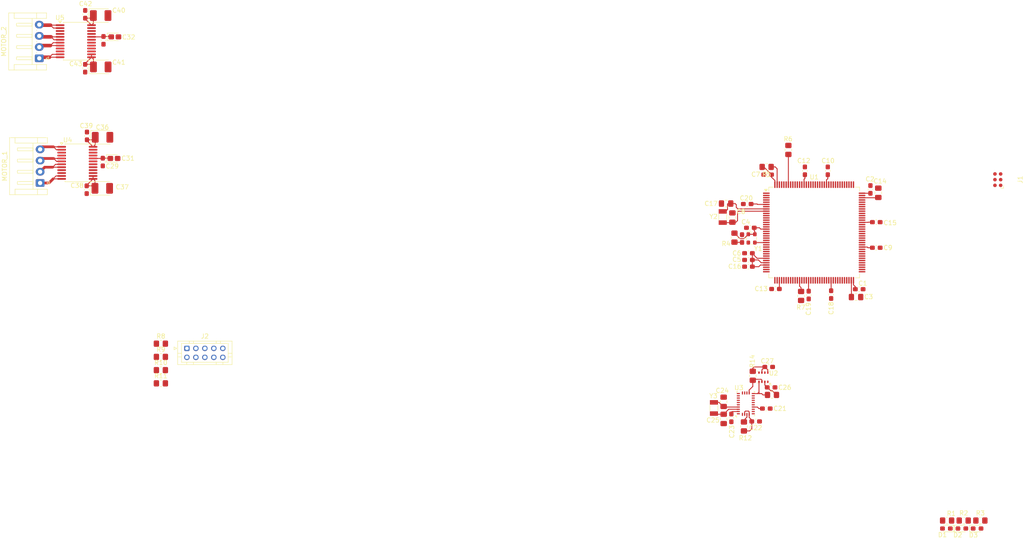
<source format=kicad_pcb>
(kicad_pcb (version 20241229) (generator "pcbnew") (generator_version "9.0")
  (layers (0 "F.Cu" signal) (4 "In1.Cu" signal) (6 "In2.Cu" signal) (2 "B.Cu" signal) (13 "F.Paste" user) (15 "B.Paste" user) (5 "F.SilkS" user "F.Silkscreen") (7 "B.SilkS" user "B.Silkscreen") (1 "F.Mask" user) (3 "B.Mask" user) (25 "Edge.Cuts" user))
  (net 0 "")
  (net 1 "GND")
  (net 2 "RCC_LSE_OUT")
  (net 3 "RCC_LSE_IN")
  (net 4 "+3.3V")
  (net 5 "VCAP1")
  (net 6 "VCAP2")
  (net 7 "SWNRST")
  (net 8 "Net-(D1-K)")
  (net 9 "Net-(D2-K)")
  (net 10 "Net-(D3-K)")
  (net 11 "SWO")
  (net 12 "SWDIO")
  (net 13 "SWCLK")
  (net 14 "MCU_BOOT0")
  (net 15 "MCU_BOOT1")
  (net 16 "MCU_PDR_ON")
  (net 17 "LD1_GREEN")
  (net 18 "LD2_BLUE")
  (net 19 "LD3_RED")
  (net 20 "TB6612FNG0_AIN_CH2")
  (net 21 "VL53LOX_XSHUT_CH1")
  (net 23 "VL53LOX_SCL")
  (net 26 "UART_DEBUG_RX")
  (net 27 "TB6612FNG0_BIN_CH2")
  (net 29 "VL53LOX_INT_CH3")
  (net 32 "USB_OTG_SOF")
  (net 35 "TB6612FNG0_PWM_CH2")
  (net 36 "USB_OTG_VBUS")
  (net 37 "TB6612FNG1_STBY")
  (net 39 "BNO085_CS_N")
  (net 40 "ETH_REF_CLK")
  (net 41 "BQ25887RGE_CD")
  (net 42 "BQ25887RGE_SDA")
  (net 43 "BNO085_MISO")
  (net 44 "BNO085_INT")
  (net 45 "VL53LOX_SDA")
  (net 47 "SDIO_D3")
  (net 49 "TB6612FNG0_PWM_CH1")
  (net 50 "TB6612FNG0_STBY")
  (net 51 "ETH_RXD1")
  (net 52 "SDIO_D2")
  (net 55 "SDIO_D1")
  (net 56 "BNO085_PS0")
  (net 57 "TB6612FNG1_PWM_CH3")
  (net 58 "BNO085_SCLK")
  (net 59 "RCC_HSE_IN")
  (net 60 "USB_OTG_DM")
  (net 63 "VL53LOX_INT_CH1")
  (net 64 "VL53LOX_XSHUT_CH2")
  (net 67 "ETH_MDC")
  (net 68 "ETH_CRS_DV")
  (net 69 "SDIO_CK")
  (net 70 "TB6612FNG1_PWM_CH4")
  (net 71 "BQ25887RGE_SCL")
  (net 72 "TB6612FNG0_BIN_CH1")
  (net 74 "VL53LOX_INT_CH2")
  (net 75 "ETH_MDIO")
  (net 77 "BNO085_NRST")
  (net 83 "USB_OTG_DP")
  (net 84 "TB6612FNG1_AIN_CH1")
  (net 85 "UART_DEBUG_TX")
  (net 86 "ETH_TXD1")
  (net 89 "TB6612FNG1_BIN_CH1")
  (net 91 "BNO085_MOSI")
  (net 93 "SDIO_D0")
  (net 95 "ETH_TXD0")
  (net 97 "VL53LOX_XSHUT_CH3")
  (net 98 "TB6612FNG0_AIN_CH1")
  (net 100 "SDIO_CMD")
  (net 102 "BQ25887RGE_INT")
  (net 104 "VL53LOX_INT_CH4")
  (net 106 "BNO085_CLKSEL0")
  (net 109 "TB6612FNG1_BIN_CH2")
  (net 110 "ETH_TX_EN")
  (net 112 "ETH_RXD0")
  (net 114 "VL53LOX_XSHUT_CH4")
  (net 117 "BNO085_BOOTN")
  (net 121 "TB6612FNG1_AIN_CH2")
  (net 125 "+12V")
  (net 126 "Net-(U3-CAP)")
  (net 127 "Net-(U3-XOUT32)")
  (net 128 "Net-(U3-XIN32)")
  (net 129 "Net-(U2-SCK)")
  (net 130 "Net-(U2-SDI)")
  (net 140 "M1_CHA1")
  (net 141 "M1_CHB2")
  (net 142 "M1_CHB1")
  (net 143 "M1_CHA2")
  (net 144 "M2_CHB1")
  (net 145 "M2_CHA1")
  (net 146 "M2_CHA2")
  (net 147 "M2_CHB2")
  (footprint "Capacitor_SMD:C_0603_1608Metric_Pad1.08x0.95mm_HandSolder" (layer "F.Cu") (at 190.6 91.55)
    (property "Reference" "C4")
    (property "Value" "100nF" (hide yes))
  )
  (footprint "Resistor_SMD:R_0805_2012Metric_Pad1.20x1.40mm_HandSolder" (layer "F.Cu") (at 234.43 156.83 180)
    (property "Reference" "R1")
    (property "Value" "680" (hide yes))
  )
  (footprint "Capacitor_SMD:C_0603_1608Metric_Pad1.08x0.95mm_HandSolder" (layer "F.Cu") (at 217.35 83 -90)
    (property "Reference" "C2")
    (property "Value" "100nF" (hide yes))
  )
  (footprint "Capacitor_SMD:C_0603_1608Metric_Pad1.08x0.95mm_HandSolder" (layer "F.Cu") (at 218.65 96 180)
    (property "Reference" "C9")
    (property "Value" "100nF" (hide yes))
  )
  (footprint "Capacitor_SMD:C_0603_1608Metric_Pad1.08x0.95mm_HandSolder" (layer "F.Cu") (at 195.22 127.14 180)
    (property "Reference" "C26")
    (property "Value" "100nF" (hide yes))
  )
  (footprint "Capacitor_SMD:C_0603_1608Metric_Pad1.08x0.95mm_HandSolder" (layer "F.Cu") (at 42.43 43.95 -90)
    (property "Reference" "C42")
    (property "Value" "0.1μF" (hide yes))
  )
  (footprint "Capacitor_SMD:C_0805_2012Metric_Pad1.18x1.45mm_HandSolder" (layer "F.Cu") (at 184.65 130.36 -90)
    (property "Reference" "C24")
    (property "Value" "22pF" (hide yes))
  )
  (footprint "Capacitor_SMD:C_0603_1608Metric_Pad1.08x0.95mm_HandSolder" (layer "F.Cu") (at 194.69 122.58 180)
    (property "Reference" "C27")
    (property "Value" "100nF" (hide yes))
  )
  (footprint "Resistor_SMD:R_0805_2012Metric_Pad1.20x1.40mm_HandSolder" (layer "F.Cu") (at 59.285 123.29)
    (property "Reference" "R10")
    (property "Value" "4,7K")
  )
  (footprint "Resistor_SMD:R_0805_2012Metric_Pad1.20x1.40mm_HandSolder" (layer "F.Cu") (at 187.06 93.75 90)
    (property "Reference" "R4")
    (property "Value" "10K" (hide yes))
  )
  (footprint "LED_SMD:LED_0603_1608Metric_Pad1.05x0.95mm_HandSolder" (layer "F.Cu") (at 234.2775 158.61 180)
    (property "Reference" "D1")
    (property "Value" "LED_GREEN" (hide yes))
  )
  (footprint "Package_SO:SSOP-24_5.3x8.2mm_P0.65mm" (layer "F.Cu") (at 40.33 49.95)
    (property "Reference" "U5")
    (property "Value" "TB6612FNG" (hide yes))
  )
  (footprint "Oscillator:Oscillator_SMD_ECS_2520MV-xxx-xx-4Pin_2.5x2.0mm" (layer "F.Cu") (at 190.875 93.925)
    (property "Reference" "Y1")
    (property "Value" "ECS-2520MVQ-160-CN-TR" (hide yes))
  )
  (footprint "Resistor_SMD:R_0805_2012Metric_Pad1.20x1.40mm_HandSolder" (layer "F.Cu") (at 59.285 120.34)
    (property "Reference" "R9")
    (property "Value" "900K")
  )
  (footprint "Package_SO:SSOP-24_5.3x8.2mm_P0.65mm" (layer "F.Cu") (at 40.68 77.07)
    (property "Reference" "U4")
    (property "Value" "TB6612FNG" (hide yes))
  )
  (footprint "Capacitor_SMD:C_0603_1608Metric_Pad1.08x0.95mm_HandSolder" (layer "F.Cu") (at 194.45 79.7)
    (property "Reference" "C7")
    (property "Value" "100nF" (hide yes))
  )
  (footprint "Capacitor_SMD:C_0603_1608Metric_Pad1.08x0.95mm_HandSolder" (layer "F.Cu") (at 42.82 71.0725 -90)
    (property "Reference" "C39")
    (property "Value" "0.1μF" (hide yes))
  )
  (footprint "Capacitor_SMD:C_0805_2012Metric_Pad1.18x1.45mm_HandSolder" (layer "F.Cu") (at 184.66 134.17 90)
    (property "Reference" "C25")
    (property "Value" "22pF" (hide yes))
  )
  (footprint "Capacitor_SMD:C_0603_1608Metric_Pad1.08x0.95mm_HandSolder" (layer "F.Cu") (at 188.75 93.95 -90)
    (property "Reference" "C11" (hide yes))
    (property "Value" "100nF" (hide yes))
  )
  (footprint "LED_SMD:LED_0603_1608Metric_Pad1.05x0.95mm_HandSolder" (layer "F.Cu") (at 241.1125 158.61)
    (property "Reference" "D3")
    (property "Value" "LED_RED" (hide yes))
  )
  (footprint "Connector_JST:JST_EH_S4B-EH_1x04_P2.50mm_Horizontal" (layer "F.Cu") (at 32.3825 81.5625 90)
    (property "Reference" "MOTOR_1")
    (property "Value" "MOTOR_1X4" (hide yes))
  )
  (footprint "Package_LGA:LGA-28_5.2x3.8mm_P0.5mm" (layer "F.Cu") (at 189.5875 130.77 90)
    (property "Reference" "U3")
    (property "Value" "BNO085" (hide yes))
  )
  (footprint "Capacitor_SMD:C_0603_1608Metric_Pad1.08x0.95mm_HandSolder" (layer "F.Cu") (at 190.18 98.72)
    (property "Reference" "C5")
    (property "Value" "100nF" (hide yes))
  )
  (footprint "Capacitor_SMD:C_0603_1608Metric_Pad1.08x0.95mm_HandSolder" (layer "F.Cu") (at 208.6 106.45 90)
    (property "Reference" "C18")
    (property "Value" "100nF" (hide yes))
  )
  (footprint "Package_LGA:Bosch_LGA-8_2.5x2.5mm_P0.65mm_ClockwisePinNumbering" (layer "F.Cu") (at 193.5 124.87 180)
    (property "Reference" "U2")
    (property "Value" "BME280" (hide yes))
  )
  (footprint "Resistor_SMD:R_0805_2012Metric_Pad1.20x1.40mm_HandSolder" (layer "F.Cu") (at 241.84 156.83)
    (property "Reference" "R3")
    (property "Value" "680" (hide yes))
  )
  (footprint "Capacitor_SMD:C_0603_1608Metric_Pad1.08x0.95mm_HandSolder" (layer "F.Cu") (at 189.9 86.25)
    (property "Reference" "C20")
    (property "Value" "1uF_X5R" (hide yes))
  )
  (footprint "Resistor_SMD:R_0805_2012Metric_Pad1.20x1.40mm_HandSolder" (layer "F.Cu") (at 199.07 74.19 90)
    (property "Reference" "R6")
    (property "Value" "10K" (hide yes))
  )
  (footprint "Resistor_SMD:R_0805_2012Metric_Pad1.20x1.40mm_HandSolder" (layer "F.Cu") (at 189.17 135.85 -90)
    (property "Reference" "R12")
    (property "Value" "10K" (hide yes))
  )
  (footprint "Capacitor_Tantalum_SMD:CP_EIA-1608-10_AVX-L_HandSolder" (layer "F.Cu") (at 49.03 48.98)
    (property "Reference" "C32")
    (property "Value" "10μF 10V" (hide yes))
  )
  (footprint "Capacitor_SMD:C_0603_1608Metric_Pad1.08x0.95mm_HandSolder" (layer "F.Cu") (at 186.37 133.94 90)
    (property "Reference" "C23")
    (property "Value" "100nF" (hide yes))
  )
  (footprint "Capacitor_Tantalum_SMD:CP_EIA-3528-15_AVX-H_HandSolder" (layer "F.Cu") (at 46.29 71.3725)
    (property "Reference" "C36")
    (property "Value" "10μF 16V" (hide yes))
  )
  (footprint "Connector_JST:JST_EH_S4B-EH_1x04_P2.50mm_Horizontal" (layer "F.Cu") (at 32.1925 53.76 90)
    (property "Reference" "MOTOR_2")
    (property "Value" "MOTOR_1X4" (hide yes))
  )
  (footprint "Capacitor_SMD:C_0603_1608Metric_Pad1.08x0.95mm_HandSolder" (layer "F.Cu") (at 42.76 83.0625 90)
    (property "Reference" "C38")
    (property "Value" "0.1μF" (hide yes))
  )
  (footprint "Capacitor_SMD:C_0805_2012Metric_Pad1.18x1.45mm_HandSolder" (layer "F.Cu") (at 186.6 89.2725 -90)
    (property "Reference" "C8")
    (property "Value" "12pF" (hide yes))
  )
  (footprint "Crystal:Crystal_SMD_3215-2Pin_3.2x1.5mm" (layer "F.Cu") (at 184.45 89.15 -90)
    (property "Reference" "Y2")
    (property "Value" "NX3215SA-32.768KHZ-EXS00A-MU00525" (hide yes))
  )
  (footprint "Crystal:Crystal_SMD_3215-2Pin_3.2x1.5mm" (layer "F.Cu") (at 182.49 131.73 -90)
    (property "Reference" "Y3")
    (property "Value" "NX3215SA-32.768KHZ-EXS00A-MU00525" (hide yes))
  )
  (footprint "Resistor_SMD:R_0805_2012Metric_Pad1.20x1.40mm_HandSolder" (layer "F.Cu") (at 195.42 128.82 180)
    (property "Reference" "R13" (hide yes))
    (property "Value" "4,7K" (hide yes))
  )
  (footprint "Capacitor_SMD:C_0805_2012Metric_Pad1.18x1.45mm_HandSolder" (layer "F.Cu") (at 219.1 83.75 -90)
    (property "Reference" "C14")
    (property "Value" "2.2uF_X7R" (hide yes))
  )
  (footprint "Capacitor_SMD:C_0603_1608Metric_Pad1.08x0.95mm_HandSolder" (layer "F.Cu") (at 194.15 131.86 180)
    (property "Reference" "C21")
    (property "Value" "100nF" (hide yes))
  )
  (footprint "Capacitor_SMD:C_0603_1608Metric_Pad1.08x0.95mm_HandSolder" (layer "F.Cu") (at 218.65 90.3 180)
    (property "Reference" "C15")
    (property "Value" "100nF" (hide yes))
  )
  (footprint "Capacitor_SMD:C_0603_1608Metric_Pad1.08x0.95mm_HandSolder" (layer "F.Cu") (at 42.42 55.97 90)
    (property "Reference" "C43")
    (property "Value" "0.1μF" (hide yes))
  )
  (footprint "Capacitor_Tantalum_SMD:CP_EIA-3528-15_AVX-H_HandSolder" (layer "F.Cu") (at 46.23 82.7525)
    (property "Reference" "C37")
    (property "Value" "10μF 16V" (hide yes))
  )
  (footprint "Capacitor_SMD:C_0603_1608Metric_Pad1.08x0.95mm_HandSolder" (layer "F.Cu") (at 46.34 76.8925 90)
    (property "Reference" "C29")
    (property "Value" "0.1μF" (hide yes))
  )
  (footprint "Capacitor_Tantalum_SMD:CP_EIA-3528-15_AVX-H_HandSolder" (layer "F.Cu") (at 45.87 44.23)
    (property "Reference" "C40")
    (property "Value" "10μF 16V" (hide yes))
  )
  (footprint "Capacitor_SMD:C_0603_1608Metric_Pad1.08x0.95mm_HandSolder" (layer "F.Cu") (at 207.85 78.85 -90)
    (property "Reference" "C10")
    (property "Value" "100nF" (hide yes))
  )
  (footprint "Capacitor_SMD:C_0603_1608Metric_Pad1.08x0.95mm_HandSolder" (layer "F.Cu") (at 191.78 134.73 180)
    (property "Reference" "C22")
    (property "Value" "100nF" (hide yes))
  )
  (footprint "Resistor_SMD:R_0805_2012Metric_Pad1.20x1.40mm_HandSolder" (layer "F.Cu") (at 59.285 117.39)
    (property "Reference" "R8")
    (property "Value" "4,7K")
  )
  (footprint "Capacitor_SMD:C_0603_1608Metric_Pad1.08x0.95mm_HandSolder" (layer "F.Cu") (at 202.75 78.85 -90)
    (property "Reference" "C12")
    (property "Value" "100nF" (hide yes))
  )
  (footprint "Capacitor_SMD:C_0603_1608Metric_Pad1.08x0.95mm_HandSolder" (layer "F.Cu") (at 190.18 100.22)
    (property "Reference" "C16")
    (property "Value" "100nF" (hide yes))
  )
  (footprint "Capacitor_SMD:C_0805_2012Metric_Pad1.18x1.45mm_HandSolder" (layer "F.Cu") (at 214.15 107 180)
    (property "Reference" "C3")
    (property "Value" "2.2uF_X7R" (hide yes))
  )
  (footprint "LED_SMD:LED_0603_1608Metric_Pad1.05x0.95mm_HandSolder" (layer "F.Cu") (at 237.7225 158.61)
    (property "Reference" "D2")
    (property "Value" "LED_BLUE" (hide yes))
  )
  (footprint "Resistor_SMD:R_0805_2012Metric_Pad1.20x1.40mm_HandSolder" (layer "F.Cu") (at 194.23 77.98 180)
    (property "Reference" "R5")
    (property "Value" "10K")
  )
  (footprint "Resistor_SMD:R_0805_2012Metric_Pad1.20x1.40mm_HandSolder" (layer "F.Cu") (at 191.14 124.55 -90)
    (property "Reference" "R14")
    (property "Value" "4,7K" (hide yes))
  )
  (footprint "Capacitor_SMD:C_0603_1608Metric_Pad1.08x0.95mm_HandSolder" (layer "F.Cu") (at 46.5 49.76 90)
    (property "Reference" "C35" (hide yes))
    (property "Value" "0.1μF" (hide yes))
  )
  (footprint "Capacitor_SMD:C_0603_1608Metric_Pad1.08x0.95mm_HandSolder" (layer "F.Cu") (at 203.6 106.55 90)
    (property "Reference" "C19")
    (property "Value" "100nF" (hide yes))
  )
  (footprint "Connector_JST:JST_PHD_B10B-PHDSS_2x05_P2.00mm_Vertical" (layer "F.Cu") (at 65.08 118.44)
    (property "Reference" "J2")
    (property "Value" "Conn_02x05_Odd_Even")
  )
  (footprint "Capacitor_SMD:C_0603_1608Metric_Pad1.08x0.95mm_HandSolder" (layer "F.Cu") (at 196.2 105.2)
    (property "Reference" "C13")
    (property "Value" "4.7uF_X5R" (hide yes))
  )
  (footprint "Capacitor_Tantalum_SMD:CP_EIA-1608-10_AVX-L_HandSolder" (layer "F.Cu") (at 48.84 76.09)
    (property "Reference" "C31")
    (property "Value" "10μF 10V" (hide yes))
  )
  (footprint "Capacitor_SMD:C_0603_1608Metric_Pad1.08x0.95mm_HandSolder" (layer "F.Cu") (at 214.85 105.25 180)
    (property "Reference" "C1")
    (property "Value" "100nF" (hide yes))
  )
  (footprint "Resistor_SMD:R_0805_2012Metric_Pad1.20x1.40mm_HandSolder" (layer "F.Cu") (at 238.13 156.83)
    (property "Reference" "R2")
    (property "Value" "680" (hide yes))
  )
  (footprint "Capacitor_SMD:C_0603_1608Metric_Pad1.08x0.95mm_HandSolder" (layer "F.Cu") (at 190.18 97.22)
    (property "Reference" "C6")
    (property "Value" "100nF" (hide yes))
  )
  (footprint "Resistor_SMD:R_0805_2012Metric_Pad1.20x1.40mm_HandSolder" (layer "F.Cu") (at 201.9 106.75 -90)
    (property "Reference" "R7")
    (property "Value" "10K" (hide yes))
  )
  (footprint "Capacitor_Tantalum_SMD:CP_EIA-3528-15_AVX-H_HandSolder" (layer "F.Cu") (at 45.89 55.68)
    (property "Reference" "C41")
    (property "Value" "10μF 16V" (hide yes))
  )
  (footprint "Capacitor_SMD:C_0805_2012Metric_Pad1.18x1.45mm_HandSolder" (layer "F.Cu") (at 185.2 86.15)
    (property "Reference" "C17")
    (property "Value" "12pF" (hide yes))
  )
  (footprint "Resistor_SMD:R_0805_2012Metric_Pad1.20x1.40mm_HandSolder" (layer "F.Cu") (at 59.285 126.24)
    (property "Reference" "R11")
    (property "Value" "4,7K")
  )
  (footprint "Package_QFP:LQFP-144_20x20mm_P0.5mm" (layer "F.Cu") (at 204.82 92.6)
    (property "Reference" "U1")
    (property "Value" "STM32F439ZITx")
  )
  (footprint "Connector:Tag-Connect_TC2030-IDC-FP_2x03_P1.27mm_Vertical" (layer "F.Cu") (at 245.725 80.82 90)
    (property "Reference" "J1")
    (property "Value" "Conn_ARM_SWD_TagConnect_TC2030" (hide yes))
  )
  (segment (start 187.75 88.05) (end 187.75 89.94) (width 0.2) (layer "F.Cu") (net 2))
  (segment (start 186.45 90.4) (end 184.45 90.4) (width 0.2) (layer "F.Cu") (net 2))
  (segment (start 186.6 90.31) (end 186.54 90.31) (width 0.2) (layer "F.Cu") (net 2))
  (segment (start 187.95 87.85) (end 187.75 88.05) (width 0.2) (layer "F.Cu") (net 2))
  (segment (start 187.38 90.31) (end 186.6 90.31) (width 0.2) (layer "F.Cu") (net 2))
  (segment (start 186.54 90.31) (end 186.45 90.4) (width 0.2) (layer "F.Cu") (net 2))
  (segment (start 184.5625 90.2875) (end 184.45 90.4) (width 0.2) (layer "F.Cu") (net 2))
  (segment (start 194.1575 87.85) (end 187.95 87.85) (width 0.2) (layer "F.Cu") (net 2))
  (segment (start 187.75 89.94) (end 187.38 90.31) (width 0.2) (layer "F.Cu") (net 2))
  (segment (start 185.64 86.15) (end 185.51 86.28) (width 0.2) (layer "F.Cu") (net 3))
  (segment (start 185.08 87.9) (end 184.45 87.9) (width 0.2) (layer "F.Cu") (net 3))
  (segment (start 187.21 86.15) (end 187.47 86.41) (width 0.2) (layer "F.Cu") (net 3))
  (segment (start 185.51 87.47) (end 185.08 87.9) (width 0.2) (layer "F.Cu") (net 3))
  (segment (start 187.82 87.35) (end 194.1575 87.35) (width 0.2) (layer "F.Cu") (net 3))
  (segment (start 186.2375 86.15) (end 187.21 86.15) (width 0.2) (layer "F.Cu") (net 3))
  (segment (start 184.45 87.9) (end 184.4875 87.9) (width 0.2) (layer "F.Cu") (net 3))
  (segment (start 186.2375 86.15) (end 185.64 86.15) (width 0.2) (layer "F.Cu") (net 3))
  (segment (start 185.51 86.28) (end 185.51 87.47) (width 0.2) (layer "F.Cu") (net 3))
  (segment (start 187.47 86.41) (end 187.47 87) (width 0.2) (layer "F.Cu") (net 3))
  (segment (start 187.47 87) (end 187.82 87.35) (width 0.2) (layer "F.Cu") (net 3))
  (segment (start 207.85 80.6) (end 207.85 79.7125) (width 0.2) (layer "F.Cu") (net 4))
  (segment (start 46.4225 48.975) (end 46.5 48.8975) (width 0.2) (layer "F.Cu") (net 4))
  (segment (start 189.5085 132.42) (end 190.1665 132.42) (width 0.2) (layer "F.Cu") (net 4))
  (segment (start 191.4625 92.2225) (end 191.59 92.35) (width 0.2) (layer "F.Cu") (net 4))
  (segment (start 192.1 86.25) (end 192.2 86.35) (width 0.2) (layer "F.Cu") (net 4))
  (segment (start 194.475 123.845) (end 194.475 123.2275) (width 0.2) (layer "F.Cu") (net 4))
  (segment (start 194.1575 98.35) (end 192.1 98.35) (width 0.2) (layer "F.Cu") (net 4))
  (segment (start 190.1665 132.42) (end 190.3375 132.591) (width 0.2) (layer "F.Cu") (net 4))
  (segment (start 196.07 81.02) (end 196.07 81.9375) (width 0.2) (layer "F.Cu") (net 4))
  (segment (start 207.57 80.88) (end 207.85 80.6) (width 0.2) (layer "F.Cu") (net 4))
  (segment (start 190.15 93) (end 189.176 93.974) (width 0.2) (layer "F.Cu") (net 4))
  (segment (start 192.39 98.72) (end 191.0425 98.72) (width 0.2) (layer "F.Cu") (net 4))
  (segment (start 195.3125 79.7) (end 195.3125 80.2625) (width 0.2) (layer "F.Cu") (net 4))
  (segment (start 195.3125 80.2625) (end 196.07 81.02) (width 0.2) (layer "F.Cu") (net 4))
  (segment (start 213.57 104.27) (end 213.9875 104.6875) (width 0.2) (layer "F.Cu") (net 4))
  (segment (start 189.17 136.85) (end 190.44 136.85) (width 0.2) (layer "F.Cu") (net 4))
  (segment (start 43.83 48.975) (end 46.4225 48.975) (width 0.2) (layer "F.Cu") (net 4))
  (segment (start 48.145 48.8975) (end 48.2275 48.98) (width 0.2) (layer "F.Cu") (net 4))
  (segment (start 189.3375 132.591) (end 189.5085 132.42) (width 0.2) (layer "F.Cu") (net 4))
  (segment (start 190.44 136.85) (end 190.9175 136.3725) (width 0.2) (layer "F.Cu") (net 4))
  (segment (start 194.475 123.2275) (end 193.8275 122.58) (width 0.2) (layer "F.Cu") (net 4))
  (segment (start 191.6 93) (end 190.15 93) (width 0.2) (layer "F.Cu") (net 4))
  (segment (start 197.07 105.1925) (end 197.0625 105.2) (width 0.2) (layer "F.Cu") (net 4))
  (segment (start 47.9775 76.03) (end 48.0375 76.09) (width 0.2) (layer "F.Cu") (net 4))
  (segment (start 192.86 99.85) (end 194.1575 99.85) (width 0.2) (layer "F.Cu") (net 4))
  (segment (start 193.5925 77.98) (end 195.3125 79.7) (width 0.2) (layer "F.Cu") (net 4))
  (segment (start 202.57 80.73) (end 202.57 81.9375) (width 0.2) (layer "F.Cu") (net 4))
  (segment (start 190.7625 86.25) (end 192.1 86.25) (width 0.2) (layer "F.Cu") (net 4))
  (segment (start 191.0425 98.72) (end 191.0425 97.22) (width 0.2) (layer "F.Cu") (net 4))
  (segment (start 217.3375 83.85) (end 217.35 83.8625) (width 0.2) (layer "F.Cu") (net 4))
  (segment (start 194.1575 99.35) (end 193.02 99.35) (width 0.2) (layer "F.Cu") (net 4))
  (segment (start 194.4 127.14) (end 195.16 127.9) (width 0.2) (layer "F.Cu") (net 4))
  (segment (start 191.4625 91.55) (end 191.4625 92.2225) (width 0.2) (layer "F.Cu") (net 4))
  (segment (start 193.825 125.895) (end 193.825 126.6075) (width 0.2) (layer "F.Cu") (net 4))
  (segment (start 192.62 91.55) (end 192.92 91.85) (width 0.2) (layer "F.Cu") (net 4))
  (segment (start 44.18 76.095) (end 46.275 76.095) (width 0.2) (layer "F.Cu") (net 4))
  (segment (start 193.8275 122.58) (end 193.175 123.2325) (width 0.2) (layer "F.Cu") (net 4))
  (segment (start 186.54 132.52) (end 186.37 132.69) (width 0.2) (layer "F.Cu") (net 4))
  (segment (start 189.3375 133.1575) (end 189.3375 132.591) (width 0.2) (layer "F.Cu") (net 4))
  (segment (start 190.3375 133.8375) (end 190.3375 133.1575) (width 0.2) (layer "F.Cu") (net 4))
  (segment (start 192.49 100.22) (end 192.86 99.85) (width 0.2) (layer "F.Cu") (net 4))
  (segment (start 194.3575 127.14) (end 194.4 127.14) (width 0.2) (layer "F.Cu") (net 4))
  (segment (start 192.2 86.35) (end 194.1575 86.35) (width 0.2) (layer "F.Cu") (net 4))
  (segment (start 216.65 95.85) (end 216.8 96) (width 0.2) (layer "F.Cu") (net 4))
  (segment (start 216.8 96) (end 217.7875 96) (width 0.2) (layer "F.Cu") (net 4))
  (segment (start 191.0425 100.22) (end 192.49 100.22) (width 0.2) (layer "F.Cu") (net 4))
  (segment (start 188.284 93.974) (end 187.06 92.75) (width 0.2) (layer "F.Cu") (net 4))
  (segment (start 213.57 103.2625) (end 213.57 104.27) (width 0.2) (layer "F.Cu") (net 4))
  (segment (start 197.07 103.2625) (end 197.07 105.1925) (width 0.2) (layer "F.Cu") (net 4))
  (segment (start 195.16 127.9) (end 195.5 127.9) (width 0.2) (layer "F.Cu") (net 4))
  (segment (start 193.02 99.35) (end 192.39 98.72) (width 0.2) (layer "F.Cu") (net 4))
  (segment (start 46.5 48.8975) (end 48.145 48.8975) (width 0.2) (layer "F.Cu") (net 4))
  (segment (start 216.8 90.35) (end 216.85 90.3) (width 0.2) (layer "F.Cu") (net 4))
  (segment (start 191.0425 100.22) (end 191.0425 98.72) (width 0.2) (layer "F.Cu") (net 4))
  (segment (start 186.37 132.69) (end 186.37 133.0775) (width 0.2) (layer "F.Cu") (net 4))
  (segment (start 203.57 105.6575) (end 203.6 105.6875) (width 0.2) (layer "F.Cu") (net 4))
  (segment (start 215.4825 83.85) (end 217.3375 83.85) (width 0.2) (layer "F.Cu") (net 4))
  (segment (start 191.4625 91.55) (end 192.62 91.55) (width 0.2) (layer "F.Cu") (net 4))
  (segment (start 208.6 105.5875) (end 208.6 103.2925) (width 0.2) (layer "F.Cu") (net 4))
  (segment (start 190.9175 134.73) (end 190.9175 134.4175) (width 0.2) (layer "F.Cu") (net 4))
  (segment (start 191.0425 97.2925) (end 191.0425 97.22) (width 0.2) (layer "F.Cu") (net 4))
  (segment (start 46.275 76.095) (end 46.34 76.03) (width 0.2) (layer "F.Cu") (net 4))
  (segment (start 193.825 126.6075) (end 194.3575 127.14) (width 0.2) (layer "F.Cu") (net 4))
  (segment (start 215.4825 95.85) (end 216.65 95.85) (width 0.2) (layer "F.Cu") (net 4))
  (segment (start 192.92 91.85) (end 194.1575 91.85) (width 0.2) (layer "F.Cu") (net 4))
  (segment (start 190.3375 132.591) (end 190.3375 133.1575) (width 0.2) (layer "F.Cu") (net 4))
  (segment (start 191.14 122.87) (end 191.14 123.55) (width 0.2) (layer "F.Cu") (net 4))
  (segment (start 190.9175 134.4175) (end 190.3375 133.8375) (width 0.2) (layer "F.Cu") (net 4))
  (segment (start 190.9175 136.3725) (end 190.9175 134.73) (width 0.2) (layer "F.Cu") (net 4))
  (segment (start 215.4825 90.35) (end 216.8 90.35) (width 0.2) (layer "F.Cu") (net 4))
  (segment (start 187.925 132.52) (end 186.54 132.52) (width 0.2) (layer "F.Cu") (net 4))
  (segment (start 213.9875 104.6875) (end 213.9875 105.25) (width 0.2) (layer "F.Cu") (net 4))
  (segment (start 191.43 122.58) (end 191.14 122.87) (width 0.2) (layer "F.Cu") (net 4))
  (segment (start 195.5 127.9) (end 196.42 128.82) (width 0.2) (layer "F.Cu") (net 4))
  (segment (start 207.57 81.9375) (end 207.57 80.88) (width 0.2) (layer "F.Cu") (net 4))
  (segment (start 202.75 80.55) (end 202.57 80.73) (width 0.2) (layer "F.Cu") (net 4))
  (segment (start 208.6 103.2925) (end 208.57 103.2625) (width 0.2) (layer "F.Cu") (net 4))
  (segment (start 191.59 92.99) (end 191.6 93) (width 0.2) (layer "F.Cu") (net 4))
  (segment (start 193.8275 122.58) (end 191.43 122.58) (width 0.2) (layer "F.Cu") (net 4))
  (segment (start 46.34 76.03) (end 47.9775 76.03) (width 0.2) (layer "F.Cu") (net 4))
  (segment (start 193.175 123.2325) (end 193.175 123.845) (width 0.2) (layer "F.Cu") (net 4))
  (segment (start 192.1 98.35) (end 191.0425 97.2925) (width 0.2) (layer "F.Cu") (net 4))
  (segment (start 202.75 79.7125) (end 202.75 80.55) (width 0.2) (layer "F.Cu") (net 4))
  (segment (start 216.85 90.3) (end 217.7875 90.3) (width 0.2) (layer "F.Cu") (net 4))
  (segment (start 189.176 93.974) (end 188.284 93.974) (width 0.2) (layer "F.Cu") (net 4))
  (segment (start 203.57 103.2625) (end 203.57 105.6575) (width 0.2) (layer "F.Cu") (net 4))
  (segment (start 193.23 77.98) (end 193.5925 77.98) (width 0.2) (layer "F.Cu") (net 4))
  (segment (start 191.59 92.35) (end 191.59 92.99) (width 0.2) (layer "F.Cu") (net 4))
  (segment (start 213.1125 103.305) (end 213.07 103.2625) (width 0.2) (layer "F.Cu") (net 5))
  (segment (start 213.1125 107) (end 213.1125 103.305) (width 0.2) (layer "F.Cu") (net 5))
  (segment (start 215.4825 84.85) (end 219.0375 84.85) (width 0.2) (layer "F.Cu") (net 6))
  (segment (start 219.0375 84.85) (end 219.1 84.7875) (width 0.2) (layer "F.Cu") (net 6))
  (segment (start 188.75 94.8125) (end 187.1225 94.8125) (width 0.2) (layer "F.Cu") (net 7))
  (segment (start 187.1225 94.8125) (end 187.06 94.75) (width 0.2) (layer "F.Cu") (net 7))
  (segment (start 199.07 81.9375) (end 199.07 75.19) (width 0.2) (layer "F.Cu") (net 14))
  (segment (start 201.9 105.75) (end 201.9 104.9) (width 0.2) (layer "F.Cu") (net 15))
  (segment (start 201.9 104.9) (end 201.57 104.57) (width 0.2) (layer "F.Cu") (net 15))
  (segment (start 201.57 104.57) (end 201.57 103.2625) (width 0.2) (layer "F.Cu") (net 15))
  (segment (start 196.57 78.4) (end 196.15 77.98) (width 0.2) (layer "F.Cu") (net 16))
  (segment (start 196.15 77.98) (end 195.23 77.98) (width 0.2) (layer "F.Cu") (net 16))
  (segment (start 196.57 81.9375) (end 196.57 78.4) (width 0.2) (layer "F.Cu") (net 16))
  (segment (start 194.1575 94.85) (end 191.7 94.85) (width 0.2) (layer "F.Cu") (net 59))
  (segment (start 191.7 94.85) (end 191.55 95) (width 0.2) (layer "F.Cu") (net 59))
  (segment (start 189.44 134.17) (end 189.8375 133.7725) (width 0.2) (layer "F.Cu") (net 117))
  (segment (start 189.44 134.58) (end 189.44 134.17) (width 0.2) (layer "F.Cu") (net 117))
  (segment (start 189.8375 133.7725) (end 189.8375 133.1575) (width 0.2) (layer "F.Cu") (net 117))
  (segment (start 189.17 134.85) (end 189.44 134.58) (width 0.2) (layer "F.Cu") (net 117))
  (segment (start 42.42 54.935) (end 43.83 53.525) (width 0.2) (layer "F.Cu") (net 125))
  (segment (start 42.42 55.1075) (end 42.42 54.935) (width 0.2) (layer "F.Cu") (net 125))
  (segment (start 43.83 46.375) (end 44.2425 45.9625) (width 0.2) (layer "F.Cu") (net 125))
  (segment (start 43.83 52.875) (end 43.83 53.525) (width 0.2) (layer "F.Cu") (net 125))
  (segment (start 43.66 44.8125) (end 44.2425 44.23) (width 0.2) (layer "F.Cu") (net 125))
  (segment (start 44.6625 73.0125) (end 44.6625 71.3725) (width 0.2) (layer "F.Cu") (net 125))
  (segment (start 42.43 44.975) (end 43.83 46.375) (width 0.2) (layer "F.Cu") (net 125))
  (segment (start 42.76 82.2) (end 44.05 82.2) (width 0.2) (layer "F.Cu") (net 125))
  (segment (start 43.83 53.525) (end 44.2625 53.9575) (width 0.2) (layer "F.Cu") (net 125))
  (segment (start 42.43 44.8125) (end 42.43 44.975) (width 0.2) (layer "F.Cu") (net 125))
  (segment (start 42.82 72.135) (end 44.18 73.495) (width 0.2) (layer "F.Cu") (net 125))
  (segment (start 42.43 44.8125) (end 43.66 44.8125) (width 0.2) (layer "F.Cu") (net 125))
  (segment (start 44.18 79.995) (end 44.18 80.645) (width 0.2) (layer "F.Cu") (net 125))
  (segment (start 44.18 73.495) (end 44.6625 73.0125) (width 0.2) (layer "F.Cu") (net 125))
  (segment (start 44.2425 45.9625) (end 44.2425 44.23) (width 0.2) (layer "F.Cu") (net 125))
  (segment (start 44.2625 53.9575) (end 44.2625 55.68) (width 0.2) (layer "F.Cu") (net 125))
  (segment (start 44.1 71.935) (end 44.6625 71.3725) (width 0.2) (layer "F.Cu") (net 125))
  (segment (start 44.18 80.645) (end 44.6025 81.0675) (width 0.2) (layer "F.Cu") (net 125))
  (segment (start 42.82 71.935) (end 44.1 71.935) (width 0.2) (layer "F.Cu") (net 125))
  (segment (start 44.05 82.2) (end 44.6025 82.7525) (width 0.2) (layer "F.Cu") (net 125))
  (segment (start 44.6025 81.0675) (end 44.6025 82.7525) (width 0.2) (layer "F.Cu") (net 125))
  (segment (start 43.69 55.1075) (end 44.2625 55.68) (width 0.2) (layer "F.Cu") (net 125))
  (segment (start 42.76 82.065) (end 44.18 80.645) (width 0.2) (layer "F.Cu") (net 125))
  (segment (start 42.82 71.935) (end 42.82 72.135) (width 0.2) (layer "F.Cu") (net 125))
  (segment (start 42.42 55.1075) (end 43.69 55.1075) (width 0.2) (layer "F.Cu") (net 125))
  (segment (start 42.76 82.2) (end 42.76 82.065) (width 0.2) (layer "F.Cu") (net 125))
  (segment (start 192.16 131.52) (end 192.5 131.86) (width 0.2) (layer "F.Cu") (net 126))
  (segment (start 191.25 131.52) (end 192.16 131.52) (width 0.2) (layer "F.Cu") (net 126))
  (segment (start 192.5 131.86) (end 193.2875 131.86) (width 0.2) (layer "F.Cu") (net 126))
  (segment (start 183.605 130.48) (end 182.49 130.48) (width 0.2) (layer "F.Cu") (net 127))
  (segment (start 184.65 131.3975) (end 184.5225 131.3975) (width 0.2) (layer "F.Cu") (net 127))
  (segment (start 184.5225 131.3975) (end 183.605 130.48) (width 0.2) (layer "F.Cu") (net 127))
  (segment (start 187.925 131.52) (end 184.7725 131.52) (width 0.2) (layer "F.Cu") (net 127))
  (segment (start 184.7725 131.52) (end 184.65 131.3975) (width 0.2) (layer "F.Cu") (net 127))
  (segment (start 187.925 132.02) (end 185.7725 132.02) (width 0.2) (layer "F.Cu") (net 128))
  (segment (start 184.66 133.1325) (end 182.6425 133.1325) (width 0.2) (layer "F.Cu") (net 128))
  (segment (start 182.6425 133.1325) (end 182.49 132.98) (width 0.2) (layer "F.Cu") (net 128))
  (segment (start 185.7725 132.02) (end 184.66 133.1325) (width 0.2) (layer "F.Cu") (net 128))
  (segment (start 194.14 128.64) (end 194.02 128.52) (width 0.2) (layer "F.Cu") (net 129))
  (segment (start 192.19 128.52) (end 191.25 128.52) (width 0.2) (layer "F.Cu") (net 129))
  (segment (start 194.0375 128.73) (end 194.09 128.6775) (width 0.2) (layer "F.Cu") (net 129))
  (segment (start 192.525 128.185) (end 192.525 128.385) (width 0.2) (layer "F.Cu") (net 129))
  (segment (start 192.525 128.385) (end 192.66 128.52) (width 0.2) (layer "F.Cu") (net 129))
  (segment (start 194.195 128.585) (end 194.14 128.64) (width 0.2) (layer "F.Cu") (net 129))
  (segment (start 193.12 128.52) (end 192.66 128.52) (width 0.2) (layer "F.Cu") (net 129))
  (segment (start 192.525 128.185) (end 192.19 128.52) (width 0.2) (layer "F.Cu") (net 129))
  (segment (start 192.525 125.895) (end 192.525 128.185) (width 0.2) (layer "F.Cu") (net 129))
  (segment (start 194.42 128.82) (end 193.42 128.82) (width 0.2) (layer "F.Cu") (net 129))
  (segment (start 192.66 128.52) (end 192.19 128.52) (width 0.2) (layer "F.Cu") (net 129))
  (segment (start 193.42 128.82) (end 193.12 128.52) (width 0.2) (layer "F.Cu") (net 129))
  (segment (start 193.175 125.895) (end 193.175 125.518) (width 0.2) (layer "F.Cu") (net 130))
  (segment (start 190.32 128.365) (end 190.3375 128.3825) (width 0.2) (layer "F.Cu") (net 130))
  (segment (start 190.3375 127.7325) (end 191.14 126.93) (width 0.2) (layer "F.Cu") (net 130))
  (segment (start 191.346 125.344) (end 191.14 125.55) (width 0.2) (layer "F.Cu") (net 130))
  (segment (start 193.175 125.518) (end 193.001 125.344) (width 0.2) (layer "F.Cu") (net 130))
  (segment (start 190.3375 128.3825) (end 190.3375 127.7325) (width 0.2) (layer "F.Cu") (net 130))
  (segment (start 193.001 125.344) (end 191.346 125.344) (width 0.2) (layer "F.Cu") (net 130))
  (segment (start 191.14 126.93) (end 191.14 125.55) (width 0.2) (layer "F.Cu") (net 130))
  (segment (start 37.18 73.495) (end 32.95 73.495) (width 0.2) (layer "F.Cu") (net 140))
  (segment (start 32.95 73.495) (end 32.3825 74.0625) (width 0.6) (layer "F.Cu") (net 140))
  (segment (start 37.18 74.145) (end 36.01 74.145) (width 0.2) (layer "F.Cu") (net 140))
  (segment (start 36.01 74.145) (end 35.36 73.495) (width 0.2) (layer "F.Cu") (net 140))
  (segment (start 35.36 73.495) (end 32.95 73.495) (width 0.6) (layer "F.Cu") (net 140))
  (segment (start 37.18 78.045) (end 35.17 78.045) (width 0.2) (layer "F.Cu") (net 141))
  (segment (start 35.82 77.395) (end 35.17 78.045) (width 0.2) (layer "F.Cu") (net 141))
  (segment (start 33.4 78.045) (end 32.3825 79.0625) (width 0.6) (layer "F.Cu") (net 141))
  (segment (start 37.18 77.395) (end 35.82 77.395) (width 0.2) (layer "F.Cu") (net 141))
  (segment (start 35.17 78.045) (end 33.4 78.045) (width 0.6) (layer "F.Cu") (net 141))
  (segment (start 32.3825 81.15) (end 32.3825 81.5625) (width 0.2) (layer "F.Cu") (net 142))
  (segment (start 34.36 81.5625) (end 35.2775 80.645) (width 0.6) (layer "F.Cu") (net 142))
  (segment (start 32.3825 81.5625) (end 34.36 81.5625) (width 0.6) (layer "F.Cu") (net 142))
  (segment (start 35.2775 80.645) (end 35.9275 79.995) (width 0.2) (layer "F.Cu") (net 142))
  (segment (start 35.9275 79.995) (end 37.18 79.995) (width 0.2) (layer "F.Cu") (net 142))
  (segment (start 37.18 80.645) (end 35.2775 80.645) (width 0.2) (layer "F.Cu") (net 142))
  (segment (start 36.05 76.745) (end 35.4 76.095) (width 0.2) (layer "F.Cu") (net 143))
  (segment (start 37.18 76.745) (end 36.05 76.745) (width 0.2) (layer "F.Cu") (net 143))
  (segment (start 37.18 76.095) (end 32.85 76.095) (width 0.2) (layer "F.Cu") (net 143))
  (segment (start 32.85 76.095) (end 32.3825 76.5625) (width 0.6) (layer "F.Cu") (net 143))
  (segment (start 35.4 76.095) (end 32.85 76.095) (width 0.6) (layer "F.Cu") (net 143))
  (segment (start 36.83 53.525) (end 34.45 53.525) (width 0.2) (layer "F.Cu") (net 144))
  (segment (start 32.4275 53.525) (end 32.1925 53.76) (width 0.8) (layer "F.Cu") (net 144))
  (segment (start 35.1 52.875) (end 34.45 53.525) (width 0.2) (layer "F.Cu") (net 144))
  (segment (start 36.83 52.875) (end 35.1 52.875) (width 0.2) (layer "F.Cu") (net 144))
  (segment (start 34.45 53.525) (end 32.4275 53.525) (width 0.8) (layer "F.Cu") (net 144))
  (segment (start 35.35 47.025) (end 34.7 46.375) (width 0.2) (layer "F.Cu") (net 145))
  (segment (start 32.3075 46.375) (end 32.1925 46.26) (width 0.8) (layer "F.Cu") (net 145))
  (segment (start 36.83 47.025) (end 35.35 47.025) (width 0.2) (layer "F.Cu") (net 145))
  (segment (start 34.7 46.375) (end 32.3075 46.375) (width 0.8) (layer "F.Cu") (net 145))
  (segment (start 36.83 46.375) (end 34.7 46.375) (width 0.2) (layer "F.Cu") (net 145))
  (segment (start 36.83 48.975) (end 34.82 48.975) (width 0.2) (layer "F.Cu") (net 146))
  (segment (start 34.82 48.975) (end 32.4075 48.975) (width 0.8) (layer "F.Cu") (net 146))
  (segment (start 35.47 49.625) (end 34.82 48.975) (width 0.2) (layer "F.Cu") (net 146))
  (segment (start 32.4075 48.975) (end 32.1925 48.76) (width 0.8) (layer "F.Cu") (net 146))
  (segment (start 36.83 49.625) (end 35.47 49.625) (width 0.2) (layer "F.Cu") (net 146))
  (segment (start 36.83 50.275) (end 35.31 50.275) (width 0.2) (layer "F.Cu") (net 147))
  (segment (start 32.1925 51.26) (end 32.5275 50.925) (width 0.8) (layer "F.Cu") (net 147))
  (segment (start 34.66 50.925) (end 36.83 50.925) (width 0.2) (layer "F.Cu") (net 147))
  (segment (start 35.31 50.275) (end 34.66 50.925) (width 0.2) (layer "F.Cu") (net 147))
  (segment (start 32.5275 50.925) (end 34.66 50.925) (width 0.8) (layer "F.Cu") (net 147))
)
</source>
